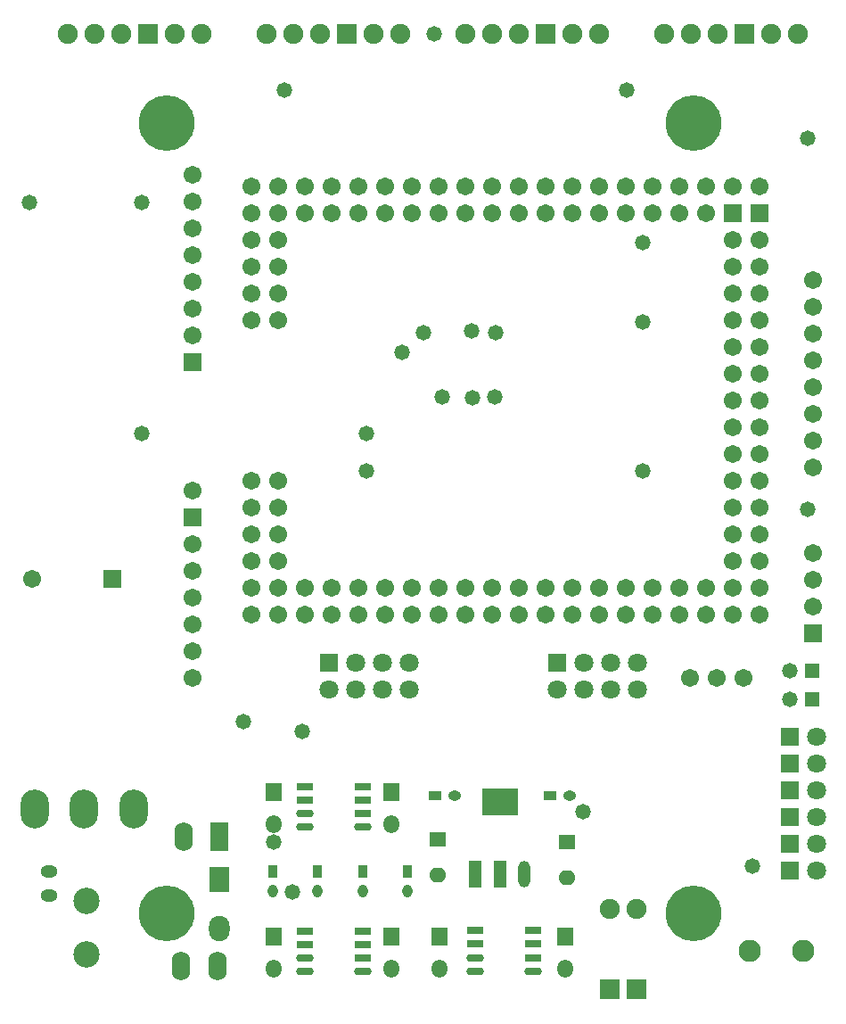
<source format=gbr>
%TF.GenerationSoftware,Altium Limited,Altium Designer,22.3.1 (43)*%
G04 Layer_Color=16711935*
%FSLAX26Y26*%
%MOIN*%
%TF.SameCoordinates,A6686B76-6886-4B69-866F-DC8958589E3E*%
%TF.FilePolarity,Negative*%
%TF.FileFunction,Soldermask,Bot*%
%TF.Part,Single*%
G01*
G75*
%TA.AperFunction,SMDPad,CuDef*%
%ADD59O,0.059181X0.068000*%
%ADD60R,0.038000X0.048000*%
%ADD61O,0.038000X0.048000*%
%ADD62R,0.059181X0.068000*%
%ADD63O,0.064693X0.029654*%
%ADD64R,0.064693X0.029654*%
%ADD65O,0.045402X0.098551*%
%ADD66R,0.045402X0.098551*%
%ADD67R,0.137921X0.098551*%
%ADD68R,0.063118X0.055244*%
%ADD69O,0.063118X0.055244*%
%ADD70R,0.048000X0.038000*%
%ADD71O,0.048000X0.038000*%
%ADD72C,0.058000*%
%ADD73R,0.058000X0.058000*%
%ADD74O,0.063000X0.048000*%
%ADD75O,0.076898X0.094614*%
%ADD76R,0.076898X0.094614*%
%ADD77O,0.068000X0.108000*%
%ADD78R,0.068000X0.108000*%
%TA.AperFunction,ComponentPad*%
%ADD79R,0.067055X0.067055*%
%ADD80C,0.067055*%
%ADD81R,0.067055X0.067055*%
%ADD82C,0.074929*%
%ADD83R,0.074929X0.074929*%
%ADD84C,0.208000*%
%ADD85R,0.070992X0.070992*%
%ADD86C,0.070992*%
%ADD87O,0.106425X0.145795*%
%ADD88C,0.098551*%
%ADD89C,0.082803*%
%ADD90R,0.070992X0.070992*%
%TA.AperFunction,ViaPad*%
%ADD91C,0.058000*%
D59*
X995000Y188450D02*
D03*
X1615000D02*
D03*
X2085000D02*
D03*
X1435000D02*
D03*
Y728450D02*
D03*
X995000D02*
D03*
D60*
X1495000Y551500D02*
D03*
X1326666D02*
D03*
X1158334D02*
D03*
X990000D02*
D03*
D61*
X1326666Y478500D02*
D03*
X1158334D02*
D03*
X990000D02*
D03*
X1495000D02*
D03*
D62*
X1615000Y306450D02*
D03*
X2085000D02*
D03*
X995000D02*
D03*
X1435000D02*
D03*
Y846450D02*
D03*
X995000D02*
D03*
D63*
X1748466Y229608D02*
D03*
Y179214D02*
D03*
X1965000D02*
D03*
X1110000Y768528D02*
D03*
Y718134D02*
D03*
X1326536D02*
D03*
X1110000Y228528D02*
D03*
Y178134D02*
D03*
X1326536D02*
D03*
D64*
X1748466Y280000D02*
D03*
Y330394D02*
D03*
X1965000Y229608D02*
D03*
Y280000D02*
D03*
Y330394D02*
D03*
X1110000Y818922D02*
D03*
Y869316D02*
D03*
X1326536Y768528D02*
D03*
Y818922D02*
D03*
Y869316D02*
D03*
X1110000Y278922D02*
D03*
Y329316D02*
D03*
X1326536Y228528D02*
D03*
Y278922D02*
D03*
Y329316D02*
D03*
D65*
X1930552Y540000D02*
D03*
D66*
X1840000D02*
D03*
X1749448D02*
D03*
D67*
X1840000Y810000D02*
D03*
D68*
X2092064Y661930D02*
D03*
X1607938Y671930D02*
D03*
D69*
X2092064Y528070D02*
D03*
X1607938Y538070D02*
D03*
D70*
X1599000Y835000D02*
D03*
X2028000D02*
D03*
D71*
X1672000D02*
D03*
X2101000D02*
D03*
D72*
X2925000Y1300000D02*
D03*
X2924900Y1195000D02*
D03*
D73*
X3007300Y1299800D02*
D03*
X3007200Y1194800D02*
D03*
D74*
X155000Y550000D02*
D03*
Y460000D02*
D03*
D75*
X790000Y339448D02*
D03*
D76*
Y520552D02*
D03*
D77*
X649000Y197000D02*
D03*
X784000D02*
D03*
X657000Y681000D02*
D03*
D78*
X792000D02*
D03*
D79*
X3010000Y1440000D02*
D03*
X690000Y1875000D02*
D03*
Y2455000D02*
D03*
D80*
X3010000Y1540000D02*
D03*
Y1640000D02*
D03*
Y1740000D02*
D03*
X91615Y1644999D02*
D03*
X690000Y1275000D02*
D03*
Y1375000D02*
D03*
Y1475000D02*
D03*
Y1575000D02*
D03*
Y1675000D02*
D03*
Y1775000D02*
D03*
Y1975000D02*
D03*
X2710000Y1610000D02*
D03*
Y1510000D02*
D03*
X2810000Y1610000D02*
D03*
Y1510000D02*
D03*
X2710000Y1710000D02*
D03*
X2810000D02*
D03*
X2710000Y1810000D02*
D03*
X2810000D02*
D03*
X2710000Y1910000D02*
D03*
X2810000D02*
D03*
X2710000Y2010000D02*
D03*
X2810000D02*
D03*
X2710000Y2110000D02*
D03*
X2810000D02*
D03*
X2710000Y2210000D02*
D03*
X2810000D02*
D03*
X2710000Y2310000D02*
D03*
X2810000D02*
D03*
X2710000Y2410000D02*
D03*
X2810000D02*
D03*
X2710000Y2510000D02*
D03*
X2810000D02*
D03*
X2710000Y2610000D02*
D03*
X2810000D02*
D03*
X2710000Y2710000D02*
D03*
X2810000D02*
D03*
X2710000Y2810000D02*
D03*
X2810000D02*
D03*
X2710000Y2910000D02*
D03*
X2810000D02*
D03*
X2610000Y1510000D02*
D03*
Y1610000D02*
D03*
X2510000Y1510000D02*
D03*
Y1610000D02*
D03*
X2410000Y1510000D02*
D03*
Y1610000D02*
D03*
X2310000Y1510000D02*
D03*
Y1610000D02*
D03*
X2210000Y1510000D02*
D03*
Y1610000D02*
D03*
X2110000Y1510000D02*
D03*
Y1610000D02*
D03*
X2010000Y1510000D02*
D03*
Y1610000D02*
D03*
X1910000Y1510000D02*
D03*
Y1610000D02*
D03*
X1810000Y1510000D02*
D03*
Y1610000D02*
D03*
X1710000Y1510000D02*
D03*
Y1610000D02*
D03*
X2510000Y3010000D02*
D03*
Y3110000D02*
D03*
X2610000Y3010000D02*
D03*
Y3110000D02*
D03*
X2710000D02*
D03*
X2810000D02*
D03*
X1610000Y1510000D02*
D03*
Y1610000D02*
D03*
X1510000Y1510000D02*
D03*
Y1610000D02*
D03*
X1410000Y1510000D02*
D03*
Y1610000D02*
D03*
X1310000Y1510000D02*
D03*
Y1610000D02*
D03*
X1210000Y1510000D02*
D03*
Y1610000D02*
D03*
X1110000Y1510000D02*
D03*
Y1610000D02*
D03*
X1010000Y1510000D02*
D03*
Y1610000D02*
D03*
X910000Y1510000D02*
D03*
Y1610000D02*
D03*
Y1710000D02*
D03*
X1010000D02*
D03*
X910000Y1810000D02*
D03*
X1010000D02*
D03*
X910000Y1910000D02*
D03*
X1010000D02*
D03*
X910000Y2010000D02*
D03*
X1010000D02*
D03*
Y2610000D02*
D03*
X910000D02*
D03*
X1010000Y2710000D02*
D03*
X910000D02*
D03*
X1010000Y2810000D02*
D03*
X910000D02*
D03*
X1010000Y2910000D02*
D03*
X910000D02*
D03*
Y3010000D02*
D03*
Y3110000D02*
D03*
X1010000Y3010000D02*
D03*
Y3110000D02*
D03*
X1110000Y3010000D02*
D03*
Y3110000D02*
D03*
X1210000Y3010000D02*
D03*
Y3110000D02*
D03*
X1310000Y3010000D02*
D03*
Y3110000D02*
D03*
X1410000Y3010000D02*
D03*
Y3110000D02*
D03*
X1510000Y3010000D02*
D03*
Y3110000D02*
D03*
X1610000Y3010000D02*
D03*
Y3110000D02*
D03*
X1710000Y3010000D02*
D03*
Y3110000D02*
D03*
X1810000Y3010000D02*
D03*
Y3110000D02*
D03*
X1910000Y3010000D02*
D03*
Y3110000D02*
D03*
X2010000Y3010000D02*
D03*
Y3110000D02*
D03*
X2110000Y3010000D02*
D03*
Y3110000D02*
D03*
X2210000Y3010000D02*
D03*
Y3110000D02*
D03*
X2310000Y3010000D02*
D03*
Y3110000D02*
D03*
X2410000Y3010000D02*
D03*
Y3110000D02*
D03*
X2750000Y1275000D02*
D03*
X2650000D02*
D03*
X2550000D02*
D03*
X690000Y2555000D02*
D03*
Y2655000D02*
D03*
Y2755000D02*
D03*
Y2855000D02*
D03*
Y2955000D02*
D03*
Y3055000D02*
D03*
Y3155000D02*
D03*
X3010000Y2060000D02*
D03*
Y2160000D02*
D03*
Y2260000D02*
D03*
Y2360000D02*
D03*
Y2460000D02*
D03*
Y2560000D02*
D03*
Y2660000D02*
D03*
Y2760000D02*
D03*
D81*
X390827Y1644999D02*
D03*
X2710000Y3010000D02*
D03*
X2810000D02*
D03*
D82*
X225000Y3680000D02*
D03*
X725000D02*
D03*
X625000D02*
D03*
X425000D02*
D03*
X325000D02*
D03*
X968334D02*
D03*
X1468334D02*
D03*
X1368334D02*
D03*
X1168334D02*
D03*
X1068334D02*
D03*
X1711666D02*
D03*
X2211666D02*
D03*
X2111666D02*
D03*
X1911666D02*
D03*
X1811666D02*
D03*
X2455000D02*
D03*
X2955000D02*
D03*
X2855000D02*
D03*
X2655000D02*
D03*
X2555000D02*
D03*
X2350000Y410000D02*
D03*
X2250000D02*
D03*
D83*
X525000Y3680000D02*
D03*
X1268334D02*
D03*
X2011666D02*
D03*
X2755000D02*
D03*
X2350000Y110000D02*
D03*
X2250000D02*
D03*
D84*
X2564704Y3346456D02*
D03*
X596200D02*
D03*
X2564704Y393700D02*
D03*
X596200D02*
D03*
D85*
X2925000Y1055000D02*
D03*
Y955000D02*
D03*
Y855000D02*
D03*
Y755000D02*
D03*
Y655000D02*
D03*
Y555000D02*
D03*
D86*
X3025000Y1055000D02*
D03*
Y955000D02*
D03*
Y855000D02*
D03*
Y755000D02*
D03*
Y655000D02*
D03*
Y555000D02*
D03*
X1200000Y1230000D02*
D03*
X1300000D02*
D03*
Y1330000D02*
D03*
X1400000Y1230000D02*
D03*
Y1330000D02*
D03*
X1500000D02*
D03*
Y1230000D02*
D03*
X2055000D02*
D03*
X2155000D02*
D03*
Y1330000D02*
D03*
X2255000Y1230000D02*
D03*
Y1330000D02*
D03*
X2355000D02*
D03*
Y1230000D02*
D03*
D87*
X100000Y785000D02*
D03*
X285040D02*
D03*
X470080D02*
D03*
D88*
X295000Y440000D02*
D03*
Y240000D02*
D03*
D89*
X2775000Y255000D02*
D03*
X2975000D02*
D03*
D90*
X1200000Y1330000D02*
D03*
X2055000D02*
D03*
D91*
X2990617Y1903235D02*
D03*
X2150000Y775000D02*
D03*
X2315000Y3470000D02*
D03*
X1595641Y3681618D02*
D03*
X1035000Y3470000D02*
D03*
X80000Y3050000D02*
D03*
X499993Y2187170D02*
D03*
X1100466Y1073919D02*
D03*
X2990617Y3290000D02*
D03*
X2375000Y2047854D02*
D03*
X1341596D02*
D03*
X2375000Y2900000D02*
D03*
X499993Y3050000D02*
D03*
X880000Y1110000D02*
D03*
X2375000Y2605558D02*
D03*
X1341596Y2187170D02*
D03*
X1065000Y475000D02*
D03*
X2785000Y570000D02*
D03*
X1475000Y2490000D02*
D03*
X1735000Y2570000D02*
D03*
X1555000Y2565000D02*
D03*
X1825000D02*
D03*
X1820000Y2325000D02*
D03*
X1736506Y2321046D02*
D03*
X1625000Y2325104D02*
D03*
X995000Y660000D02*
D03*
%TF.MD5,feed5c3fdc8ef8239d79a0ee57ca0210*%
M02*

</source>
